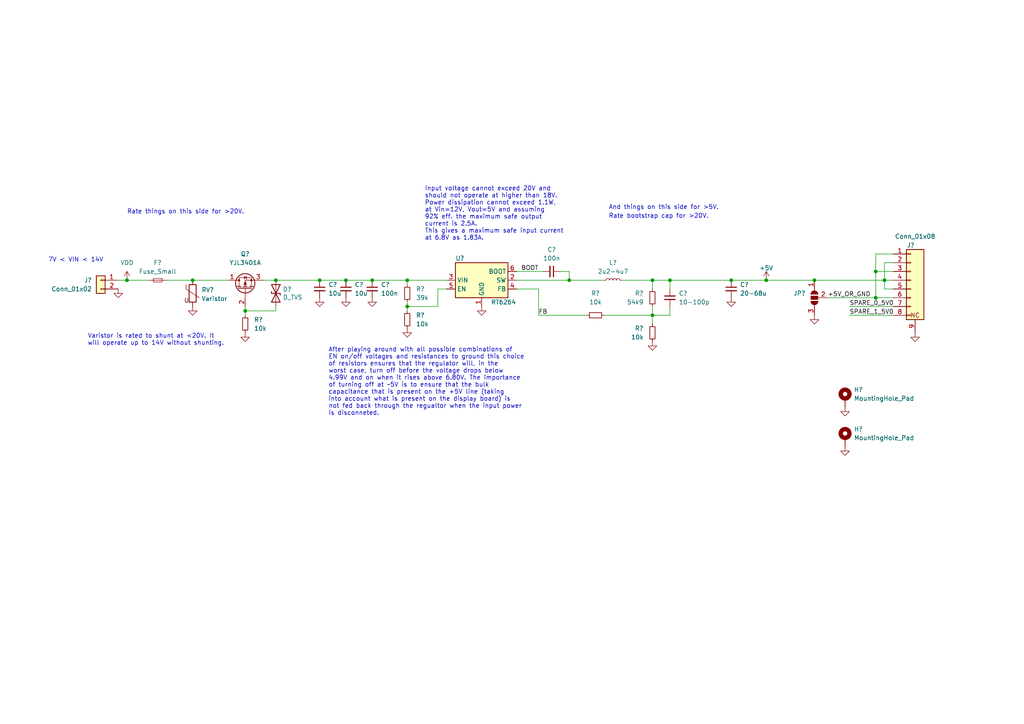
<source format=kicad_sch>
(kicad_sch (version 20211123) (generator eeschema)
  (paper "A4")
  (lib_symbols
    (symbol "Connector_Generic:Conn_01x02" (pin_names (offset 1.016) hide)
      (property "Reference" "J" (at 0 2.54 0))
      (property "Value" "Conn_01x02" (at 0 -5.08 0))
      (symbol "Conn_01x02_1_1"
        (rectangle (start -1.27 -2.413) (end 0 -2.667) (stroke (width 0.1524)))
        (rectangle (start -1.27 0.127) (end 0 -0.127) (stroke (width 0.1524)))
        (rectangle (start -1.27 1.27) (end 1.27 -3.81) (stroke (width 0.254)) (fill (type background)))
        (pin passive line (at -5.08 0 0) (length 3.81) (name "Pin_1") (number "1"))
        (pin passive line (at -5.08 -2.54 0) (length 3.81) (name "Pin_2") (number "2"))
      )
    )
    (symbol "Device:C_Small" (pin_numbers hide) (pin_names (offset 0.254) hide)
      (property "Reference" "C" (at 0.254 1.778 0))
      (property "Value" "C_Small" (at 0.254 -2.032 0))
      (symbol "C_Small_0_1"
        (polyline (pts (xy -1.524 -0.508) (xy 1.524 -0.508)) (stroke (width 0.3302)))
        (polyline (pts (xy -1.524 0.508) (xy 1.524 0.508)) (stroke (width 0.3048)))
      )
      (symbol "C_Small_1_1"
        (pin passive line (at 0 2.54 270) (length 2.032) (name "~") (number "1"))
        (pin passive line (at 0 -2.54 90) (length 2.032) (name "~") (number "2"))
      )
    )
    (symbol "Device:D_TVS" (pin_numbers hide) (pin_names (offset 1.016) hide)
      (property "Reference" "D" (at 0 2.54 0))
      (property "Value" "D_TVS" (at 0 -2.54 0))
      (symbol "D_TVS_0_1"
        (polyline (pts (xy 1.27 0) (xy -1.27 0)))
        (polyline (pts (xy 0.508 1.27) (xy 0 1.27) (xy 0 -1.27) (xy -0.508 -1.27)) (stroke (width 0.254)))
        (polyline (pts (xy -2.54 1.27) (xy -2.54 -1.27) (xy 2.54 1.27) (xy 2.54 -1.27) (xy -2.54 1.27)) (stroke (width 0.254)))
      )
      (symbol "D_TVS_1_1"
        (pin passive line (at -3.81 0 0) (length 2.54) (name "A1") (number "1"))
        (pin passive line (at 3.81 0 180) (length 2.54) (name "A2") (number "2"))
      )
    )
    (symbol "Device:Fuse_Small" (pin_numbers hide) (pin_names (offset 0.254) hide)
      (property "Reference" "F" (at 0 -1.524 0))
      (property "Value" "Fuse_Small" (at 0 1.524 0))
      (symbol "Fuse_Small_0_1"
        (rectangle (start -1.27 0.508) (end 1.27 -0.508))
        (polyline (pts (xy -1.27 0) (xy 1.27 0)))
      )
      (symbol "Fuse_Small_1_1"
        (pin passive line (at -2.54 0 0) (length 1.27) (name "~") (number "1"))
        (pin passive line (at 2.54 0 180) (length 1.27) (name "~") (number "2"))
      )
    )
    (symbol "Device:L_Small" (pin_numbers hide) (pin_names (offset 0.254) hide)
      (property "Reference" "L" (at 0.762 1.016 0))
      (property "Value" "L_Small" (at 0.762 -1.016 0))
      (symbol "L_Small_0_1"
        (arc (start 0 -2.032) (mid 0.508 -1.524) (end 0 -1.016))
        (arc (start 0 -1.016) (mid 0.508 -0.508) (end 0 0))
        (arc (start 0 0) (mid 0.508 0.508) (end 0 1.016))
        (arc (start 0 1.016) (mid 0.508 1.524) (end 0 2.032))
      )
      (symbol "L_Small_1_1"
        (pin passive line (at 0 2.54 270) (length 0.508) (name "~") (number "1"))
        (pin passive line (at 0 -2.54 90) (length 0.508) (name "~") (number "2"))
      )
    )
    (symbol "Device:Q_PMOS_DGS" (pin_names (offset 0) hide)
      (property "Reference" "Q" (at 5.08 1.27 0))
      (property "Value" "Q_PMOS_DGS" (at 5.08 -1.27 0))
      (symbol "Q_PMOS_DGS_0_1"
        (polyline (pts (xy 0.254 0) (xy -2.54 0)))
        (polyline (pts (xy 0.254 1.905) (xy 0.254 -1.905)) (stroke (width 0.254)))
        (polyline (pts (xy 0.762 -1.27) (xy 0.762 -2.286)) (stroke (width 0.254)))
        (polyline (pts (xy 0.762 0.508) (xy 0.762 -0.508)) (stroke (width 0.254)))
        (polyline (pts (xy 0.762 2.286) (xy 0.762 1.27)) (stroke (width 0.254)))
        (polyline (pts (xy 2.54 2.54) (xy 2.54 1.778)))
        (polyline (pts (xy 2.54 -2.54) (xy 2.54 0) (xy 0.762 0)))
        (polyline (pts (xy 0.762 1.778) (xy 3.302 1.778) (xy 3.302 -1.778) (xy 0.762 -1.778)))
        (polyline (pts (xy 2.286 0) (xy 1.27 0.381) (xy 1.27 -0.381) (xy 2.286 0)) (fill (type outline)))
        (polyline (pts (xy 2.794 -0.508) (xy 2.921 -0.381) (xy 3.683 -0.381) (xy 3.81 -0.254)))
        (polyline (pts (xy 3.302 -0.381) (xy 2.921 0.254) (xy 3.683 0.254) (xy 3.302 -0.381)))
        (circle (center 1.651 0) (radius 2.794) (stroke (width 0.254)))
        (circle (center 2.54 -1.778) (radius 0.254) (fill (type outline)))
        (circle (center 2.54 1.778) (radius 0.254) (fill (type outline)))
      )
      (symbol "Q_PMOS_DGS_1_1"
        (pin passive line (at 2.54 5.08 270) (length 2.54) (name "D") (number "1"))
        (pin input line (at -5.08 0 0) (length 2.54) (name "G") (number "2"))
        (pin passive line (at 2.54 -5.08 90) (length 2.54) (name "S") (number "3"))
      )
    )
    (symbol "Device:R_Small" (pin_numbers hide) (pin_names (offset 0.254) hide)
      (property "Reference" "R" (at 0.762 0.508 0))
      (property "Value" "R_Small" (at 0.762 -1.016 0))
      (symbol "R_Small_0_1"
        (rectangle (start -0.762 1.778) (end 0.762 -1.778) (stroke (width 0.2032)))
      )
      (symbol "R_Small_1_1"
        (pin passive line (at 0 2.54 270) (length 0.762) (name "~") (number "1"))
        (pin passive line (at 0 -2.54 90) (length 0.762) (name "~") (number "2"))
      )
    )
    (symbol "Device:Varistor" (pin_numbers hide) (pin_names (offset 0))
      (property "Reference" "RV" (at 3.175 0 90))
      (property "Value" "Varistor" (at -3.175 0 90))
      (symbol "Varistor_0_0"
        (text "U" (at -1.778 -2.032 0) (effects (font (size 1.27 1.27))))
      )
      (symbol "Varistor_0_1"
        (rectangle (start -1.016 -2.54) (end 1.016 2.54) (stroke (width 0.254)))
        (polyline (pts (xy -1.905 2.54) (xy -1.905 1.27) (xy 1.905 -1.27)))
      )
      (symbol "Varistor_1_1"
        (pin passive line (at 0 3.81 270) (length 1.27) (name "~") (number "1"))
        (pin passive line (at 0 -3.81 90) (length 1.27) (name "~") (number "2"))
      )
    )
    (symbol "Jumper:SolderJumper_3_Open" (pin_names (offset 0) hide)
      (property "Reference" "JP" (at -2.54 -2.54 0))
      (property "Value" "SolderJumper_3_Open" (at 0 2.794 0))
      (symbol "SolderJumper_3_Open_0_1"
        (arc (start -1.016 1.016) (mid -2.032 0) (end -1.016 -1.016))
        (arc (start -1.016 1.016) (mid -2.032 0) (end -1.016 -1.016) (fill (type outline)))
        (rectangle (start -0.508 1.016) (end 0.508 -1.016) (fill (type outline)))
        (polyline (pts (xy -2.54 0) (xy -2.032 0)))
        (polyline (pts (xy -1.016 1.016) (xy -1.016 -1.016)))
        (polyline (pts (xy 0 -1.27) (xy 0 -1.016)))
        (polyline (pts (xy 1.016 1.016) (xy 1.016 -1.016)))
        (polyline (pts (xy 2.54 0) (xy 2.032 0)))
        (arc (start 1.016 -1.016) (mid 2.032 0) (end 1.016 1.016))
        (arc (start 1.016 -1.016) (mid 2.032 0) (end 1.016 1.016) (fill (type outline)))
      )
      (symbol "SolderJumper_3_Open_1_1"
        (pin passive line (at -5.08 0 0) (length 2.54) (name "A") (number "1"))
        (pin passive line (at 0 -3.81 90) (length 2.54) (name "C") (number "2"))
        (pin passive line (at 5.08 0 180) (length 2.54) (name "B") (number "3"))
      )
    )
    (symbol "Mechanical:MountingHole_Pad" (pin_numbers hide) (pin_names (offset 1.016) hide)
      (property "Reference" "H" (at 0 6.35 0))
      (property "Value" "MountingHole_Pad" (at 0 4.445 0))
      (symbol "MountingHole_Pad_0_1"
        (circle (center 0 1.27) (radius 1.27) (stroke (width 1.27)))
      )
      (symbol "MountingHole_Pad_1_1"
        (pin input line (at 0 -2.54 90) (length 2.54) (name "1") (number "1"))
      )
    )
    (symbol "power:+5V" (power) (pin_names (offset 0))
      (property "Value" "+5V" (at 0 3.556 0))
      (symbol "+5V_0_1"
        (polyline (pts (xy -0.762 1.27) (xy 0 2.54)))
        (polyline (pts (xy 0 0) (xy 0 2.54)))
        (polyline (pts (xy 0 2.54) (xy 0.762 1.27)))
      )
      (symbol "+5V_1_1"
        (pin power_in line (at 0 0 90) (length 0) hide (name "+5V") (number "1"))
      )
    )
    (symbol "power:GND" (power) (pin_names (offset 0))
      (property "Value" "GND" (at 0 -3.81 0))
      (symbol "GND_0_1"
        (polyline (pts (xy 0 0) (xy 0 -1.27) (xy 1.27 -1.27) (xy 0 -2.54) (xy -1.27 -1.27) (xy 0 -1.27)))
      )
      (symbol "GND_1_1"
        (pin power_in line (at 0 0 270) (length 0) hide (name "GND") (number "1"))
      )
    )
    (symbol "power:VDD" (power) (pin_names (offset 0))
      (property "Value" "VDD" (at 0 3.81 0))
      (symbol "VDD_0_1"
        (polyline (pts (xy -0.762 1.27) (xy 0 2.54)))
        (polyline (pts (xy 0 0) (xy 0 2.54)))
        (polyline (pts (xy 0 2.54) (xy 0.762 1.27)))
      )
      (symbol "VDD_1_1"
        (pin power_in line (at 0 0 90) (length 0) hide (name "VDD") (number "1"))
      )
    )
    (symbol "rave_shades:Conn_01x08" (pin_names (offset 1.016) hide)
      (property "Reference" "J" (at -1.27 10.16 0))
      (property "Value" "Conn_01x08" (at 0 12.7 0))
      (symbol "Conn_01x08_0_0"
        (text "NC" (at 0 -10.16 0) (effects (font (size 1.27 1.27))))
      )
      (symbol "Conn_01x08_1_1"
        (rectangle (start -2.54 -10.033) (end -1.27 -10.287) (stroke (width 0.1524)))
        (rectangle (start -2.54 -7.493) (end -1.27 -7.747) (stroke (width 0.1524)))
        (rectangle (start -2.54 -4.953) (end -1.27 -5.207) (stroke (width 0.1524)))
        (rectangle (start -2.54 -2.413) (end -1.27 -2.667) (stroke (width 0.1524)))
        (rectangle (start -2.54 0.127) (end -1.27 -0.127) (stroke (width 0.1524)))
        (rectangle (start -2.54 2.667) (end -1.27 2.413) (stroke (width 0.1524)))
        (rectangle (start -2.54 5.207) (end -1.27 4.953) (stroke (width 0.1524)))
        (rectangle (start -2.54 7.747) (end -1.27 7.493) (stroke (width 0.1524)))
        (rectangle (start -2.54 8.89) (end 2.54 -11.43) (stroke (width 0.254)) (fill (type background)))
        (pin passive line (at -6.35 7.62 0) (length 3.81) (name "Pin_1") (number "1"))
        (pin passive line (at -6.35 5.08 0) (length 3.81) (name "Pin_2") (number "2"))
        (pin passive line (at -6.35 2.54 0) (length 3.81) (name "Pin_3") (number "3"))
        (pin passive line (at -6.35 0 0) (length 3.81) (name "Pin_4") (number "4"))
        (pin passive line (at -6.35 -2.54 0) (length 3.81) (name "Pin_5") (number "5"))
        (pin passive line (at -6.35 -5.08 0) (length 3.81) (name "Pin_6") (number "6"))
        (pin passive line (at -6.35 -7.62 0) (length 3.81) (name "Pin_7") (number "7"))
        (pin passive line (at -6.35 -10.16 0) (length 3.81) (name "Pin_8") (number "8"))
        (pin passive line (at 0 -15.24 90) (length 3.81) (name "NC") (number "9"))
      )
    )
    (symbol "rave_shades:RT6264"
      (property "Reference" "U?" (at -7.62 6.35 0))
      (property "Value" "RT6264" (at 6.35 -6.35 0))
      (symbol "RT6264_0_1"
        (rectangle (start -7.62 5.08) (end 7.62 -5.08) (stroke (width 0.254)) (fill (type background)))
      )
      (symbol "RT6264_1_1"
        (pin power_in line (at 0 -7.62 90) (length 2.54) (name "GND") (number "1"))
        (pin output line (at 10.16 0 180) (length 2.54) (name "SW") (number "2"))
        (pin power_in line (at -10.16 0 0) (length 2.54) (name "VIN") (number "3"))
        (pin input line (at 10.16 -2.54 180) (length 2.54) (name "FB") (number "4"))
        (pin input line (at -10.16 -2.54 0) (length 2.54) (name "EN") (number "5"))
        (pin passive line (at 10.16 2.54 180) (length 2.54) (name "BOOT") (number "6"))
      )
    )
  )
  (junction (at 100.33 81.28))
  (junction (at 118.11 88.9))
  (junction (at 212.09 81.28))
  (junction (at 118.11 81.28))
  (junction (at 107.95 81.28))
  (junction (at 189.23 91.44))
  (junction (at 222.25 81.28))
  (junction (at 71.12 90.17))
  (junction (at 254 78.74))
  (junction (at 256.54 81.28))
  (junction (at 236.22 81.28))
  (junction (at 194.31 81.28))
  (junction (at 92.71 81.28))
  (junction (at 189.23 81.28))
  (junction (at 165.1 81.28))
  (junction (at 254 86.36))
  (junction (at 80.01 81.28))
  (junction (at 55.88 81.28))
  (junction (at 36.83 81.28))
  (wire (pts (xy 254 86.36) (xy 259.08 86.36)))
  (wire (pts (xy 194.31 88.9) (xy 194.31 91.44)))
  (wire (pts (xy 189.23 91.44) (xy 189.23 93.98)))
  (wire (pts (xy 71.12 88.9) (xy 71.12 90.17)))
  (wire (pts (xy 240.03 86.36) (xy 254 86.36)))
  (wire (pts (xy 118.11 88.9) (xy 118.11 90.17)))
  (wire (pts (xy 92.71 81.28) (xy 100.33 81.28)))
  (wire (pts (xy 127 83.82) (xy 127 88.9)))
  (wire (pts (xy 80.01 88.9) (xy 80.01 90.17)))
  (wire (pts (xy 256.54 76.2) (xy 256.54 81.28)))
  (wire (pts (xy 236.22 81.28) (xy 256.54 81.28)))
  (wire (pts (xy 76.2 81.28) (xy 80.01 81.28)))
  (wire (pts (xy 259.08 78.74) (xy 254 78.74)))
  (wire (pts (xy 194.31 81.28) (xy 212.09 81.28)))
  (wire (pts (xy 189.23 81.28) (xy 189.23 83.82)))
  (wire (pts (xy 165.1 81.28) (xy 175.26 81.28)))
  (wire (pts (xy 256.54 76.2) (xy 259.08 76.2)))
  (wire (pts (xy 162.56 78.74) (xy 165.1 78.74)))
  (wire (pts (xy 189.23 81.28) (xy 194.31 81.28)))
  (wire (pts (xy 118.11 81.28) (xy 118.11 82.55)))
  (wire (pts (xy 222.25 81.28) (xy 236.22 81.28)))
  (wire (pts (xy 80.01 81.28) (xy 92.71 81.28)))
  (wire (pts (xy 256.54 83.82) (xy 256.54 81.28)))
  (wire (pts (xy 149.86 78.74) (xy 157.48 78.74)))
  (wire (pts (xy 149.86 83.82) (xy 156.21 83.82)))
  (wire (pts (xy 156.21 83.82) (xy 156.21 91.44)))
  (wire (pts (xy 254 78.74) (xy 254 86.36)))
  (wire (pts (xy 189.23 88.9) (xy 189.23 91.44)))
  (wire (pts (xy 55.88 81.28) (xy 66.04 81.28)))
  (wire (pts (xy 246.38 91.44) (xy 259.08 91.44)))
  (wire (pts (xy 212.09 81.28) (xy 222.25 81.28)))
  (wire (pts (xy 48.26 81.28) (xy 55.88 81.28)))
  (wire (pts (xy 194.31 81.28) (xy 194.31 83.82)))
  (wire (pts (xy 156.21 91.44) (xy 170.18 91.44)))
  (wire (pts (xy 194.31 91.44) (xy 189.23 91.44)))
  (wire (pts (xy 149.86 81.28) (xy 165.1 81.28)))
  (wire (pts (xy 71.12 90.17) (xy 71.12 91.44)))
  (wire (pts (xy 259.08 73.66) (xy 254 73.66)))
  (wire (pts (xy 118.11 81.28) (xy 129.54 81.28)))
  (wire (pts (xy 34.29 81.28) (xy 36.83 81.28)))
  (wire (pts (xy 118.11 87.63) (xy 118.11 88.9)))
  (wire (pts (xy 107.95 81.28) (xy 118.11 81.28)))
  (wire (pts (xy 129.54 83.82) (xy 127 83.82)))
  (wire (pts (xy 246.38 88.9) (xy 259.08 88.9)))
  (wire (pts (xy 165.1 78.74) (xy 165.1 81.28)))
  (wire (pts (xy 256.54 81.28) (xy 259.08 81.28)))
  (wire (pts (xy 127 88.9) (xy 118.11 88.9)))
  (wire (pts (xy 259.08 83.82) (xy 256.54 83.82)))
  (wire (pts (xy 36.83 81.28) (xy 43.18 81.28)))
  (wire (pts (xy 100.33 81.28) (xy 107.95 81.28)))
  (wire (pts (xy 71.12 90.17) (xy 80.01 90.17)))
  (wire (pts (xy 254 73.66) (xy 254 78.74)))
  (wire (pts (xy 175.26 91.44) (xy 189.23 91.44)))
  (wire (pts (xy 180.34 81.28) (xy 189.23 81.28)))
  (text "And things on this side for >5V." (at 176.53 60.96 0) (effects (font (size 1.27 1.27)) (justify left bottom)))
  (text "Rate things on this side for >20V." (at 36.83 62.23 0) (effects (font (size 1.27 1.27)) (justify left bottom)))
  (text "Varistor is rated to shunt at <20V. It \nwill operate up to 14V without shunting." (at 25.4 100.33 0) (effects (font (size 1.27 1.27)) (justify left bottom)))
  (text "Input voltage cannot exceed 20V and \nshould not operate at higher than 18V.\nPower dissipation cannot exceed 1.1W, \nat Vin=12V, Vout=5V and assuming \n92% eff. the maximum safe output \ncurrent is 2.5A. \nThis gives a maximum safe input current\nat 6.8V as 1.83A." (at 123.19 69.85 0) (effects (font (size 1.27 1.27)) (justify left bottom)))
  (text "Rate bootstrap cap for >20V." (at 176.53 63.5 0) (effects (font (size 1.27 1.27)) (justify left bottom)))
  (text "7V < VIN < 14V" (at 13.97 76.2 0) (effects (font (size 1.27 1.27)) (justify left bottom)))
  (text "After playing around with all possible combinations of\nEN on/off voltages and resistances to ground this choice\nof resistors ensures that the regulator will, in the \nworst case, turn off before the voltage drops below \n4.99V and on when it rises above 6.80V. The importance \nof turning off at ~5V is to ensure that the bulk \ncapacitance that is present on the +5V line (taking \ninto account what is present on the display board) is \nnot fed back through the regualtor when the input power \nis disconneted." (at 95.25 120.65 0) (effects (font (size 1.27 1.27)) (justify left bottom)))
  (label "+5V_OR_GND" (at 240.03 86.36 0))
  (label "SPARE_1_5V0" (at 246.38 91.44 0))
  (label "FB" (at 156.21 91.44 0))
  (label "BOOT" (at 156.21 78.74 180))
  (label "SPARE_0_5V0" (at 246.38 88.9 0))
  (symbol (lib_id "power:GND") (at 55.88 88.9 0) (unit 1)
    (property "Reference" "#PWR?" (effects hide))
    (property "Value" "GND" (effects hide))
  )
  (symbol (lib_id "power:GND") (at 92.71 86.36 0) (unit 1)
    (property "Reference" "#PWR?" (effects hide))
    (property "Value" "GND" (effects hide))
  )
  (symbol (lib_id "power:GND") (at 107.95 86.36 0) (unit 1)
    (property "Reference" "#PWR?" (effects hide))
    (property "Value" "GND" (effects hide))
  )
  (symbol (lib_id "power:VDD") (at 36.83 81.28 0) (mirror y) (unit 1)
    (property "Reference" "#PWR?" (effects hide))
    (property "Value" "VDD" (at 36.83 76.2 0))
  )
  (symbol (lib_id "power:GND") (at 100.33 86.36 0) (unit 1)
    (property "Reference" "#PWR?" (effects hide))
    (property "Value" "GND" (effects hide))
  )
  (symbol (lib_id "Jumper:SolderJumper_3_Open") (at 236.22 86.36 90) (mirror x) (unit 1)
    (property "Reference" "JP?" (at 233.68 85.0899 90) (effects (justify left)))
    (property "Value" "SolderJumper_3_Open" (effects hide))
    (property "Footprint" "Jumper:SolderJumper-3_P1.3mm_Open_Pad1.0x1.5mm" (effects hide))
  )
  (symbol (lib_id "Device:C_Small") (at 160.02 78.74 270) (unit 1)
    (property "Reference" "C?" (at 160.0136 72.39 90))
    (property "Value" "100n" (at 160.0136 74.93 90))
    (property "Footprint" "Capacitor_SMD:C_0603_1608Metric" (effects hide))
  )
  (symbol (lib_id "power:GND") (at 118.11 95.25 0) (mirror y) (unit 1)
    (property "Reference" "#PWR?" (effects hide))
    (property "Value" "GND" (effects hide))
  )
  (symbol (lib_id "Device:Q_PMOS_DGS") (at 71.12 83.82 90) (unit 1)
    (property "Reference" "Q?" (at 71.12 73.66 90))
    (property "Value" "YJL3401A" (at 71.12 76.2 90))
    (property "Item Link" "https://www.digikey.com.au/en/products/detail/yangzhou-yangjie-electronic-technology-co-ltd/YJL3401A/13911495" (effects hide))
  )
  (symbol (lib_id "Device:C_Small") (at 194.31 86.36 0) (unit 1)
    (property "Reference" "C?" (at 196.85 85.0962 0) (effects (justify left)))
    (property "Value" "10-100p" (at 196.85 87.6362 0) (effects (justify left)))
    (property "Footprint" "Capacitor_SMD:C_0603_1608Metric" (effects hide))
  )
  (symbol (lib_id "Device:L_Small") (at 177.8 81.28 90) (unit 1)
    (property "Reference" "L?" (at 177.8 76.2 90))
    (property "Value" "2u2-4u7" (at 177.8 78.74 90))
  )
  (symbol (lib_id "Device:C_Small") (at 212.09 83.82 0) (unit 1)
    (property "Reference" "C?" (at 214.63 82.5562 0) (effects (justify left)))
    (property "Value" "20-68u" (at 214.63 85.0962 0) (effects (justify left)))
    (property "Footprint" "Capacitor_SMD:C_0603_1608Metric" (effects hide))
  )
  (symbol (lib_id "Device:Fuse_Small") (at 45.72 81.28 0) (unit 1)
    (property "Reference" "F?" (at 45.72 76.2 0))
    (property "Value" "Fuse_Small" (at 45.72 78.74 0))
    (property "Item Link" "https://www.digikey.com.au/en/products/detail/bel-fuse-inc/C1Q-1-5/615158" (effects hide))
  )
  (symbol (lib_id "rave_shades:Conn_01x08") (at 265.43 81.28 0) (unit 1)
    (property "Reference" "J?" (at 264.16 71.12 0))
    (property "Value" "Conn_01x08" (at 265.43 68.58 0))
    (property "Footprint" "rave_shades:CF35082D0RE-NH" (effects hide))
  )
  (symbol (lib_id "Mechanical:MountingHole_Pad") (at 245.11 127 0) (unit 1)
    (property "Reference" "H?" (at 247.65 124.4599 0) (effects (justify left)))
    (property "Value" "MountingHole_Pad" (at 247.65 126.9999 0) (effects (justify left)))
    (property "Footprint" "rave_shades:M1.4 Mounting Hole" (effects hide))
  )
  (symbol (lib_id "Device:D_TVS") (at 80.01 85.09 270) (unit 1)
    (property "Reference" "D?" (at 82.0166 83.9216 90) (effects (justify left)))
    (property "Value" "D_TVS" (at 82.0166 86.233 90) (effects (justify left)))
    (property "Footprint" "Diode_SMD:D_SOD-323" (effects hide))
    (property "Item Link" "https://www.digikey.com.au/en/products/detail/panjit-international-inc/P4SMA11CAS-R1-00001/15799995" (effects hide))
  )
  (symbol (lib_id "Device:C_Small") (at 92.71 83.82 0) (unit 1)
    (property "Reference" "C?" (at 95.25 82.5562 0) (effects (justify left)))
    (property "Value" "10u" (at 95.25 85.0962 0) (effects (justify left)))
    (property "Footprint" "Capacitor_SMD:C_0603_1608Metric" (effects hide))
  )
  (symbol (lib_id "Device:R_Small") (at 172.72 91.44 90) (unit 1)
    (property "Reference" "R?" (at 172.72 85.09 90))
    (property "Value" "10k" (at 172.72 87.63 90))
    (property "Footprint" "Resistor_SMD:R_0603_1608Metric" (effects hide))
  )
  (symbol (lib_id "Mechanical:MountingHole_Pad") (at 245.11 115.57 0) (unit 1)
    (property "Reference" "H?" (at 247.65 113.0299 0) (effects (justify left)))
    (property "Value" "MountingHole_Pad" (at 247.65 115.5699 0) (effects (justify left)))
    (property "Footprint" "rave_shades:M1.4 Mounting Hole" (effects hide))
  )
  (symbol (lib_id "rave_shades:RT6264") (at 139.7 81.28 0) (unit 1)
    (property "Reference" "U?" (at 132.08 74.93 0) (effects (justify left)))
    (property "Value" "RT6264" (at 146.05 87.63 0))
    (property "Footprint" "Package_TO_SOT_SMD:TSOT-23-6" (effects hide))
    (property "Datasheet" "https://www.richtek.com/assets/product_file/RT6264A=RT6264B/DS6264AB-02.pdf" (effects hide))
    (property "Item Link" "https://www.digikey.com.au/en/products/detail/richtek-usa-inc/RT6264AHGJ6F/16376624" (effects hide))
  )
  (symbol (lib_id "power:GND") (at 245.11 118.11 0) (unit 1)
    (property "Reference" "#PWR?" (effects hide))
    (property "Value" "GND" (effects hide))
  )
  (symbol (lib_id "power:GND") (at 265.43 96.52 0) (unit 1)
    (property "Reference" "#PWR?" (effects hide))
    (property "Value" "GND" (effects hide))
  )
  (symbol (lib_id "power:GND") (at 189.23 99.06 0) (unit 1)
    (property "Reference" "#PWR?" (effects hide))
    (property "Value" "GND" (effects hide))
  )
  (symbol (lib_id "power:GND") (at 245.11 129.54 0) (unit 1)
    (property "Reference" "#PWR?" (effects hide))
    (property "Value" "GND" (effects hide))
  )
  (symbol (lib_id "Device:C_Small") (at 100.33 83.82 0) (unit 1)
    (property "Reference" "C?" (at 102.87 82.5562 0) (effects (justify left)))
    (property "Value" "10u" (at 102.87 85.0962 0) (effects (justify left)))
    (property "Footprint" "Capacitor_SMD:C_0603_1608Metric" (effects hide))
  )
  (symbol (lib_id "power:GND") (at 139.7 88.9 0) (mirror y) (unit 1)
    (property "Reference" "#PWR?" (effects hide))
    (property "Value" "GND" (effects hide))
  )
  (symbol (lib_id "Device:R_Small") (at 118.11 92.71 180) (unit 1)
    (property "Reference" "R?" (at 120.65 91.4399 0) (effects (justify right)))
    (property "Value" "10k" (at 120.65 93.9799 0) (effects (justify right)))
    (property "Footprint" "Resistor_SMD:R_0603_1608Metric" (effects hide))
  )
  (symbol (lib_id "power:GND") (at 236.22 91.44 0) (unit 1)
    (property "Reference" "#PWR?" (effects hide))
    (property "Value" "GND" (effects hide))
  )
  (symbol (lib_id "power:GND") (at 71.12 96.52 0) (unit 1)
    (property "Reference" "#PWR?" (effects hide))
    (property "Value" "GND" (effects hide))
  )
  (symbol (lib_id "Device:R_Small") (at 189.23 86.36 0) (mirror x) (unit 1)
    (property "Reference" "R?" (at 186.69 85.0899 0) (effects (justify right)))
    (property "Value" "54k9" (at 186.69 87.6299 0) (effects (justify right)))
    (property "Footprint" "Resistor_SMD:R_0603_1608Metric" (effects hide))
  )
  (symbol (lib_id "power:GND") (at 34.29 83.82 0) (unit 1)
    (property "Reference" "#PWR?" (effects hide))
    (property "Value" "GND" (effects hide))
  )
  (symbol (lib_id "power:GND") (at 212.09 86.36 0) (unit 1)
    (property "Reference" "#PWR?" (effects hide))
    (property "Value" "GND" (effects hide))
  )
  (symbol (lib_id "Device:C_Small") (at 107.95 83.82 0) (unit 1)
    (property "Reference" "C?" (at 110.49 82.5562 0) (effects (justify left)))
    (property "Value" "100n" (at 110.49 85.0962 0) (effects (justify left)))
    (property "Footprint" "Capacitor_SMD:C_0603_1608Metric" (effects hide))
  )
  (symbol (lib_id "Device:R_Small") (at 71.12 93.98 180) (unit 1)
    (property "Reference" "R?" (at 73.66 92.7099 0) (effects (justify right)))
    (property "Value" "10k" (at 73.66 95.2499 0) (effects (justify right)))
    (property "Footprint" "Resistor_SMD:R_0603_1608Metric" (effects hide))
  )
  (symbol (lib_id "Device:Varistor") (at 55.88 85.09 0) (unit 1)
    (property "Reference" "RV?" (at 58.42 84.0731 0) (effects (justify left)))
    (property "Value" "Varistor" (at 58.42 86.6131 0) (effects (justify left)))
    (property "Item Link" "https://www.digikey.com.au/en/products/detail/epcos-tdk-electronics/B72510E0110K062/4941494" (effects hide))
  )
  (symbol (lib_id "Device:R_Small") (at 118.11 85.09 180) (unit 1)
    (property "Reference" "R?" (at 120.65 83.8199 0) (effects (justify right)))
    (property "Value" "39k" (at 120.65 86.3599 0) (effects (justify right)))
    (property "Footprint" "Resistor_SMD:R_0603_1608Metric" (effects hide))
  )
  (symbol (lib_id "power:+5V") (at 222.25 81.28 0) (mirror y) (unit 1)
    (property "Reference" "#PWR?" (effects hide))
    (property "Value" "+5V" (at 222.25 77.724 0))
  )
  (symbol (lib_id "Connector_Generic:Conn_01x02") (at 29.21 81.28 0) (mirror y) (unit 1)
    (property "Reference" "J?" (at 26.67 81.2799 0) (effects (justify left)))
    (property "Value" "Conn_01x02" (at 26.67 83.8199 0) (effects (justify left)))
  )
  (symbol (lib_id "Device:R_Small") (at 189.23 96.52 0) (mirror x) (unit 1)
    (property "Reference" "R?" (at 186.69 95.2499 0) (effects (justify right)))
    (property "Value" "10k" (at 186.69 97.7899 0) (effects (justify right)))
    (property "Footprint" "Resistor_SMD:R_0603_1608Metric" (effects hide))
  )
)
</source>
